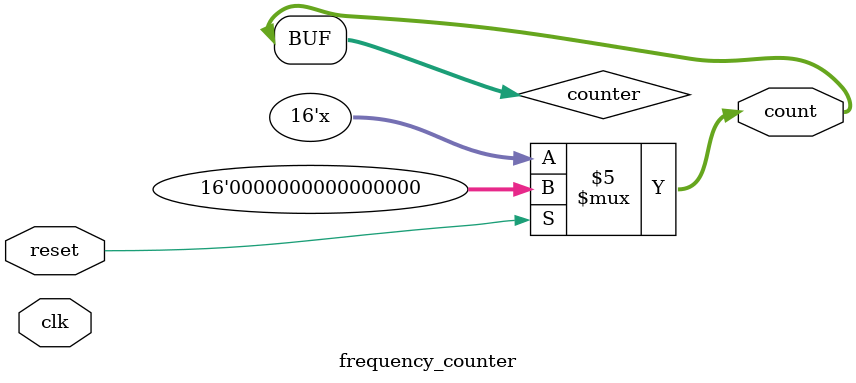
<source format=v>
module frequency_counter(
    input wire clk,
    input wire reset,
    output wire [15:0] count
);

reg [15:0] counter;

initial begin
    counter = 16'b0000000000000000;
end

always @(clk) begin
    if (reset)
        counter <= 16'b0;
    else
        counter <= counter + 1;
end

assign count = counter;

endmodule

</source>
